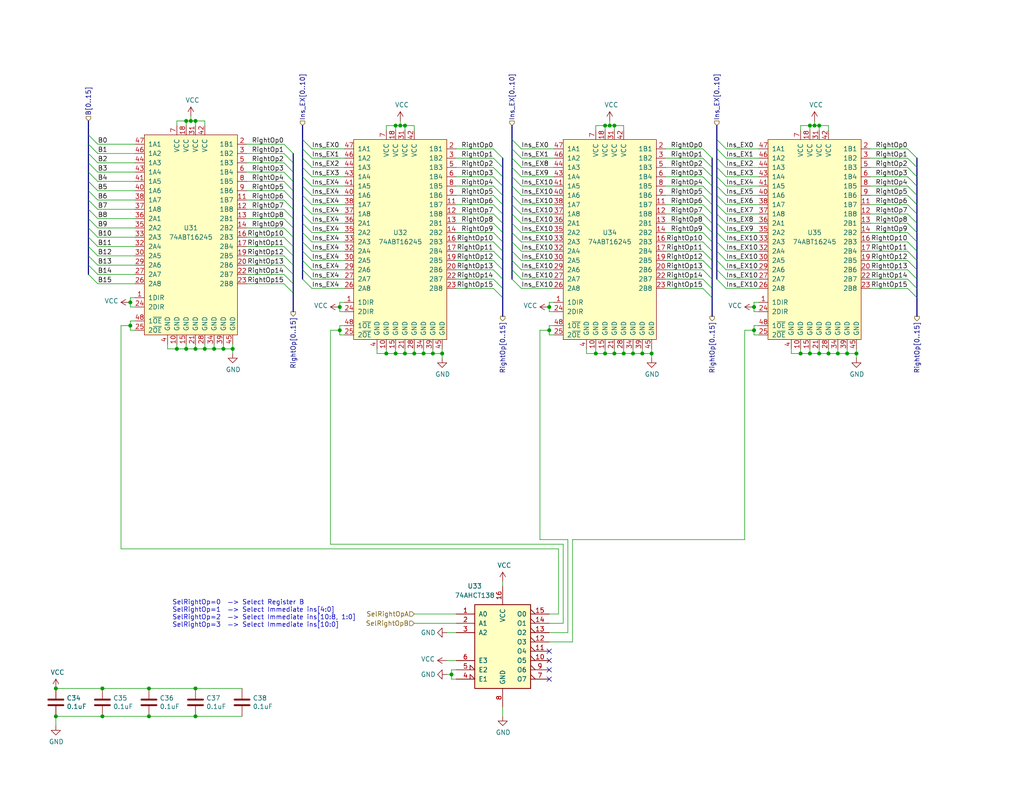
<source format=kicad_sch>
(kicad_sch (version 20250114) (generator "eeschema") (generator_version "9.0")
  (paper "USLetter")
  (title_block (title "Select Right Operand") (date "2023-11-25") (rev "A") (comment 2 "from an immediate value contained in the instruction word.") (comment 3 "The right operand can either take the value from the B port of the register file, or") (comment 4 "Select the right operand to the ALU"))
  (lib_symbols
    (symbol "Device:C" (pin_numbers (hide yes)) (pin_names (offset 0.254))
      (property "Reference" "C" (at 0.635 2.54 0))
      (property "Value" "C" (at 0.635 -2.54 0))
      (symbol "C_1_1"
        (pin passive line (at 0 3.81 270) (length 2.794) (name "~") (number "1"))
        (pin passive line (at 0 -3.81 90) (length 2.794) (name "~") (number "2"))
      )
    )
    (symbol "Turtle16:74ABT16245" (pin_names (offset 1.016))
      (property "Reference" "U" (at 0 1.27 0))
      (property "Value" "74ABT16245" (at 0 -1.27 0))
      (symbol "74ABT16245_1_1"
        (pin tri_state line (at -15.24 24.13 0) (length 2.54) (name "1A1") (number "47"))
        (pin tri_state line (at -15.24 21.59 0) (length 2.54) (name "1A2") (number "46"))
        (pin tri_state line (at -15.24 19.05 0) (length 2.54) (name "1A3") (number "44"))
        (pin tri_state line (at -15.24 16.51 0) (length 2.54) (name "1A4") (number "43"))
        (pin tri_state line (at -15.24 13.97 0) (length 2.54) (name "1A5") (number "41"))
        (pin tri_state line (at -15.24 11.43 0) (length 2.54) (name "1A6") (number "40"))
        (pin tri_state line (at -15.24 8.89 0) (length 2.54) (name "1A7") (number "38"))
        (pin tri_state line (at -15.24 6.35 0) (length 2.54) (name "1A8") (number "37"))
        (pin tri_state line (at -15.24 3.81 0) (length 2.54) (name "2A1") (number "36"))
        (pin tri_state line (at -15.24 1.27 0) (length 2.54) (name "2A2") (number "35"))
        (pin tri_state line (at -15.24 -1.27 0) (length 2.54) (name "2A3") (number "33"))
        (pin tri_state line (at -15.24 -3.81 0) (length 2.54) (name "2A4") (number "32"))
        (pin tri_state line (at -15.24 -6.35 0) (length 2.54) (name "2A5") (number "30"))
        (pin tri_state line (at -15.24 -8.89 0) (length 2.54) (name "2A6") (number "29"))
        (pin tri_state line (at -15.24 -11.43 0) (length 2.54) (name "2A7") (number "27"))
        (pin tri_state line (at -15.24 -13.97 0) (length 2.54) (name "2A8") (number "26"))
        (pin input line (at -15.24 -17.78 0) (length 2.54) (name "1DIR") (number "1"))
        (pin input line (at -15.24 -20.32 0) (length 2.54) (name "2DIR") (number "24"))
        (pin input line (at -15.24 -24.13 0) (length 2.54) (name "1~{OE}") (number "48"))
        (pin input line (at -15.24 -26.67 0) (length 2.54) (name "2~{OE}") (number "25"))
        (pin power_in line (at -6.35 -30.48 90) (length 2.54) (name "GND") (number "4"))
        (pin power_in line (at -3.81 29.21 270) (length 2.54) (name "VCC") (number "7"))
        (pin power_in line (at -3.81 -30.48 90) (length 2.54) (name "GND") (number "10"))
        (pin power_in line (at -1.27 29.21 270) (length 2.54) (name "VCC") (number "18"))
        (pin power_in line (at -1.27 -30.48 90) (length 2.54) (name "GND") (number "15"))
        (pin power_in line (at 1.27 29.21 270) (length 2.54) (name "VCC") (number "31"))
        (pin power_in line (at 1.27 -30.48 90) (length 2.54) (name "GND") (number "21"))
        (pin power_in line (at 3.81 29.21 270) (length 2.54) (name "VCC") (number "42"))
        (pin power_in line (at 3.81 -30.48 90) (length 2.54) (name "GND") (number "28"))
        (pin power_in line (at 6.35 -30.48 90) (length 2.54) (name "GND") (number "34"))
        (pin power_in line (at 8.89 -30.48 90) (length 2.54) (name "GND") (number "39"))
        (pin power_in line (at 11.43 -30.48 90) (length 2.54) (name "GND") (number "45"))
        (pin tri_state line (at 15.24 24.13 180) (length 2.54) (name "1B1") (number "2"))
        (pin tri_state line (at 15.24 21.59 180) (length 2.54) (name "1B2") (number "3"))
        (pin tri_state line (at 15.24 19.05 180) (length 2.54) (name "1B3") (number "5"))
        (pin tri_state line (at 15.24 16.51 180) (length 2.54) (name "1B4") (number "6"))
        (pin tri_state line (at 15.24 13.97 180) (length 2.54) (name "1B5") (number "8"))
        (pin tri_state line (at 15.24 11.43 180) (length 2.54) (name "1B6") (number "9"))
        (pin tri_state line (at 15.24 8.89 180) (length 2.54) (name "1B7") (number "11"))
        (pin tri_state line (at 15.24 6.35 180) (length 2.54) (name "1B8") (number "12"))
        (pin tri_state line (at 15.24 3.81 180) (length 2.54) (name "2B1") (number "13"))
        (pin tri_state line (at 15.24 1.27 180) (length 2.54) (name "2B2") (number "14"))
        (pin tri_state line (at 15.24 -1.27 180) (length 2.54) (name "2B3") (number "16"))
        (pin tri_state line (at 15.24 -3.81 180) (length 2.54) (name "2B4") (number "17"))
        (pin tri_state line (at 15.24 -6.35 180) (length 2.54) (name "2B5") (number "19"))
        (pin tri_state line (at 15.24 -8.89 180) (length 2.54) (name "2B6") (number "20"))
        (pin tri_state line (at 15.24 -11.43 180) (length 2.54) (name "2B7") (number "22"))
        (pin tri_state line (at 15.24 -13.97 180) (length 2.54) (name "2B8") (number "23"))
      )
    )
    (symbol "Turtle16:74AHCT138" (pin_names (offset 1.016))
      (property "Reference" "U" (at -7.62 11.43 0))
      (property "Value" "74AHCT138" (at -7.62 -13.97 0))
      (symbol "74AHCT138_1_0"
        (pin input line (at -12.7 7.62 0) (length 5.08) (name "A0") (number "1"))
        (pin input line (at -12.7 5.08 0) (length 5.08) (name "A1") (number "2"))
        (pin input line (at -12.7 2.54 0) (length 5.08) (name "A2") (number "3"))
        (pin input line (at -12.7 -5.08 0) (length 5.08) (name "E3") (number "6"))
        (pin input input_low (at -12.7 -7.62 0) (length 5.08) (name "E2") (number "5"))
        (pin input input_low (at -12.7 -10.16 0) (length 5.08) (name "E1") (number "4"))
        (pin power_in line (at 0 15.24 270) (length 5.08) (name "VCC") (number "16"))
        (pin power_in line (at 0 -17.78 90) (length 5.08) (name "GND") (number "8"))
        (pin output output_low (at 12.7 7.62 180) (length 5.08) (name "O0") (number "15"))
        (pin output output_low (at 12.7 5.08 180) (length 5.08) (name "O1") (number "14"))
        (pin output output_low (at 12.7 2.54 180) (length 5.08) (name "O2") (number "13"))
        (pin output output_low (at 12.7 0 180) (length 5.08) (name "O3") (number "12"))
        (pin output output_low (at 12.7 -2.54 180) (length 5.08) (name "O4") (number "11"))
        (pin output output_low (at 12.7 -5.08 180) (length 5.08) (name "O5") (number "10"))
        (pin output output_low (at 12.7 -7.62 180) (length 5.08) (name "O6") (number "9"))
        (pin output output_low (at 12.7 -10.16 180) (length 5.08) (name "O7") (number "7"))
      )
    )
    (symbol "power:GND" (power) (pin_names (offset 0))
      (property "Value" "GND" (at 0 -3.81 0))
      (symbol "GND_1_1"
        (pin power_in line (at 0 0 270) (length 0) (hide yes) (name "GND") (number "1"))
      )
    )
    (symbol "power:VCC" (power) (pin_names (offset 0))
      (property "Value" "VCC" (at 0 3.81 0))
      (symbol "VCC_1_1"
        (pin power_in line (at 0 0 90) (length 0) (hide yes) (name "VCC") (number "1"))
      )
    )
  )
  (text "SelRightOp=0  —> Select Register B\nSelRightOp=1  —> Select Immediate ins[4:0]\nSelRightOp=2  —> Select Immediate ins[10:8, 1:0]\nSelRightOp=3  —> Select Immediate ins[10:0]" (at 46.99 171.45 0) (effects (font (size 1.27 1.27)) (justify left bottom)))
  (junction (at 231.14 96.52))
  (junction (at 222.25 34.29))
  (junction (at 218.44 96.52))
  (junction (at 109.22 34.29))
  (junction (at 53.34 187.96))
  (junction (at 113.03 96.52))
  (junction (at 58.42 95.25))
  (junction (at 15.24 187.96))
  (junction (at 166.37 34.29))
  (junction (at 226.06 96.52))
  (junction (at 177.8 96.52))
  (junction (at 35.56 82.55))
  (junction (at 15.24 195.58))
  (junction (at 110.49 34.29))
  (junction (at 115.57 96.52))
  (junction (at 220.98 34.29))
  (junction (at 123.19 184.15))
  (junction (at 40.64 187.96))
  (junction (at 60.96 95.25))
  (junction (at 172.72 96.52))
  (junction (at 165.1 34.29))
  (junction (at 53.34 33.02))
  (junction (at 110.49 96.52))
  (junction (at 50.8 33.02))
  (junction (at 120.65 96.52))
  (junction (at 27.94 195.58))
  (junction (at 205.74 83.82))
  (junction (at 27.94 187.96))
  (junction (at 228.6 96.52))
  (junction (at 149.86 90.17))
  (junction (at 167.64 96.52))
  (junction (at 167.64 34.29))
  (junction (at 53.34 195.58))
  (junction (at 162.56 96.52))
  (junction (at 118.11 96.52))
  (junction (at 35.56 88.9))
  (junction (at 63.5 95.25))
  (junction (at 40.64 195.58))
  (junction (at 205.74 90.17))
  (junction (at 165.1 96.52))
  (junction (at 105.41 96.52))
  (junction (at 92.71 83.82))
  (junction (at 48.26 95.25))
  (junction (at 170.18 96.52))
  (junction (at 175.26 96.52))
  (junction (at 52.07 33.02))
  (junction (at 92.71 90.17))
  (junction (at 53.34 95.25))
  (junction (at 107.95 34.29))
  (junction (at 149.86 83.82))
  (junction (at 223.52 96.52))
  (junction (at 233.68 96.52))
  (junction (at 55.88 95.25))
  (junction (at 223.52 34.29))
  (junction (at 220.98 96.52))
  (junction (at 107.95 96.52))
  (junction (at 50.8 95.25))
  (no_connect (at 149.86 177.8))
  (no_connect (at 149.86 185.42))
  (no_connect (at 149.86 180.34))
  (no_connect (at 149.86 182.88))
  (bus_entry (at 24.13 46.99) (size 2.54 2.54))
  (bus_entry (at 198.12 40.64) (size -2.54 -2.54))
  (bus_entry (at 134.62 68.58) (size 2.54 2.54))
  (bus_entry (at 77.47 69.85) (size 2.54 2.54))
  (bus_entry (at 24.13 64.77) (size 2.54 2.54))
  (bus_entry (at 198.12 50.8) (size -2.54 -2.54))
  (bus_entry (at 142.24 76.2) (size -2.54 -2.54))
  (bus_entry (at 24.13 67.31) (size 2.54 2.54))
  (bus_entry (at 85.09 76.2) (size -2.54 -2.54))
  (bus_entry (at 77.47 46.99) (size 2.54 2.54))
  (bus_entry (at 77.47 49.53) (size 2.54 2.54))
  (bus_entry (at 191.77 76.2) (size 2.54 2.54))
  (bus_entry (at 77.47 67.31) (size 2.54 2.54))
  (bus_entry (at 134.62 40.64) (size 2.54 2.54))
  (bus_entry (at 85.09 43.18) (size -2.54 -2.54))
  (bus_entry (at 247.65 43.18) (size 2.54 2.54))
  (bus_entry (at 85.09 63.5) (size -2.54 -2.54))
  (bus_entry (at 85.09 53.34) (size -2.54 -2.54))
  (bus_entry (at 198.12 48.26) (size -2.54 -2.54))
  (bus_entry (at 142.24 55.88) (size -2.54 -2.54))
  (bus_entry (at 198.12 45.72) (size -2.54 -2.54))
  (bus_entry (at 247.65 50.8) (size 2.54 2.54))
  (bus_entry (at 85.09 45.72) (size -2.54 -2.54))
  (bus_entry (at 24.13 52.07) (size 2.54 2.54))
  (bus_entry (at 191.77 73.66) (size 2.54 2.54))
  (bus_entry (at 191.77 63.5) (size 2.54 2.54))
  (bus_entry (at 77.47 41.91) (size 2.54 2.54))
  (bus_entry (at 142.24 68.58) (size -2.54 -2.54))
  (bus_entry (at 247.65 71.12) (size 2.54 2.54))
  (bus_entry (at 191.77 78.74) (size 2.54 2.54))
  (bus_entry (at 85.09 68.58) (size -2.54 -2.54))
  (bus_entry (at 198.12 66.04) (size -2.54 -2.54))
  (bus_entry (at 247.65 48.26) (size 2.54 2.54))
  (bus_entry (at 85.09 78.74) (size -2.54 -2.54))
  (bus_entry (at 191.77 45.72) (size 2.54 2.54))
  (bus_entry (at 24.13 62.23) (size 2.54 2.54))
  (bus_entry (at 142.24 50.8) (size -2.54 -2.54))
  (bus_entry (at 247.65 68.58) (size 2.54 2.54))
  (bus_entry (at 77.47 62.23) (size 2.54 2.54))
  (bus_entry (at 198.12 43.18) (size -2.54 -2.54))
  (bus_entry (at 191.77 48.26) (size 2.54 2.54))
  (bus_entry (at 247.65 58.42) (size 2.54 2.54))
  (bus_entry (at 77.47 64.77) (size 2.54 2.54))
  (bus_entry (at 142.24 78.74) (size -2.54 -2.54))
  (bus_entry (at 191.77 50.8) (size 2.54 2.54))
  (bus_entry (at 191.77 68.58) (size 2.54 2.54))
  (bus_entry (at 77.47 59.69) (size 2.54 2.54))
  (bus_entry (at 247.65 55.88) (size 2.54 2.54))
  (bus_entry (at 247.65 40.64) (size 2.54 2.54))
  (bus_entry (at 134.62 66.04) (size 2.54 2.54))
  (bus_entry (at 191.77 55.88) (size 2.54 2.54))
  (bus_entry (at 24.13 49.53) (size 2.54 2.54))
  (bus_entry (at 191.77 53.34) (size 2.54 2.54))
  (bus_entry (at 134.62 76.2) (size 2.54 2.54))
  (bus_entry (at 77.47 57.15) (size 2.54 2.54))
  (bus_entry (at 198.12 78.74) (size -2.54 -2.54))
  (bus_entry (at 24.13 36.83) (size 2.54 2.54))
  (bus_entry (at 24.13 39.37) (size 2.54 2.54))
  (bus_entry (at 142.24 40.64) (size -2.54 -2.54))
  (bus_entry (at 85.09 71.12) (size -2.54 -2.54))
  (bus_entry (at 134.62 58.42) (size 2.54 2.54))
  (bus_entry (at 134.62 63.5) (size 2.54 2.54))
  (bus_entry (at 134.62 78.74) (size 2.54 2.54))
  (bus_entry (at 198.12 53.34) (size -2.54 -2.54))
  (bus_entry (at 77.47 39.37) (size 2.54 2.54))
  (bus_entry (at 134.62 55.88) (size 2.54 2.54))
  (bus_entry (at 134.62 73.66) (size 2.54 2.54))
  (bus_entry (at 134.62 60.96) (size 2.54 2.54))
  (bus_entry (at 24.13 69.85) (size 2.54 2.54))
  (bus_entry (at 142.24 63.5) (size -2.54 -2.54))
  (bus_entry (at 198.12 55.88) (size -2.54 -2.54))
  (bus_entry (at 142.24 71.12) (size -2.54 -2.54))
  (bus_entry (at 191.77 60.96) (size 2.54 2.54))
  (bus_entry (at 77.47 74.93) (size 2.54 2.54))
  (bus_entry (at 85.09 55.88) (size -2.54 -2.54))
  (bus_entry (at 134.62 50.8) (size 2.54 2.54))
  (bus_entry (at 134.62 45.72) (size 2.54 2.54))
  (bus_entry (at 85.09 73.66) (size -2.54 -2.54))
  (bus_entry (at 134.62 53.34) (size 2.54 2.54))
  (bus_entry (at 198.12 58.42) (size -2.54 -2.54))
  (bus_entry (at 85.09 66.04) (size -2.54 -2.54))
  (bus_entry (at 198.12 63.5) (size -2.54 -2.54))
  (bus_entry (at 24.13 41.91) (size 2.54 2.54))
  (bus_entry (at 247.65 66.04) (size 2.54 2.54))
  (bus_entry (at 85.09 50.8) (size -2.54 -2.54))
  (bus_entry (at 198.12 60.96) (size -2.54 -2.54))
  (bus_entry (at 142.24 60.96) (size -2.54 -2.54))
  (bus_entry (at 198.12 71.12) (size -2.54 -2.54))
  (bus_entry (at 142.24 45.72) (size -2.54 -2.54))
  (bus_entry (at 85.09 48.26) (size -2.54 -2.54))
  (bus_entry (at 142.24 53.34) (size -2.54 -2.54))
  (bus_entry (at 247.65 60.96) (size 2.54 2.54))
  (bus_entry (at 191.77 58.42) (size 2.54 2.54))
  (bus_entry (at 85.09 58.42) (size -2.54 -2.54))
  (bus_entry (at 191.77 71.12) (size 2.54 2.54))
  (bus_entry (at 85.09 40.64) (size -2.54 -2.54))
  (bus_entry (at 198.12 68.58) (size -2.54 -2.54))
  (bus_entry (at 24.13 72.39) (size 2.54 2.54))
  (bus_entry (at 77.47 52.07) (size 2.54 2.54))
  (bus_entry (at 142.24 48.26) (size -2.54 -2.54))
  (bus_entry (at 191.77 43.18) (size 2.54 2.54))
  (bus_entry (at 77.47 44.45) (size 2.54 2.54))
  (bus_entry (at 24.13 44.45) (size 2.54 2.54))
  (bus_entry (at 191.77 40.64) (size 2.54 2.54))
  (bus_entry (at 85.09 60.96) (size -2.54 -2.54))
  (bus_entry (at 142.24 43.18) (size -2.54 -2.54))
  (bus_entry (at 134.62 71.12) (size 2.54 2.54))
  (bus_entry (at 247.65 63.5) (size 2.54 2.54))
  (bus_entry (at 134.62 43.18) (size 2.54 2.54))
  (bus_entry (at 77.47 54.61) (size 2.54 2.54))
  (bus_entry (at 247.65 73.66) (size 2.54 2.54))
  (bus_entry (at 77.47 77.47) (size 2.54 2.54))
  (bus_entry (at 198.12 73.66) (size -2.54 -2.54))
  (bus_entry (at 247.65 78.74) (size 2.54 2.54))
  (bus_entry (at 142.24 58.42) (size -2.54 -2.54))
  (bus_entry (at 142.24 66.04) (size -2.54 -2.54))
  (bus_entry (at 198.12 76.2) (size -2.54 -2.54))
  (bus_entry (at 142.24 73.66) (size -2.54 -2.54))
  (bus_entry (at 24.13 59.69) (size 2.54 2.54))
  (bus_entry (at 77.47 72.39) (size 2.54 2.54))
  (bus_entry (at 247.65 76.2) (size 2.54 2.54))
  (bus_entry (at 191.77 66.04) (size 2.54 2.54))
  (bus_entry (at 24.13 57.15) (size 2.54 2.54))
  (bus_entry (at 247.65 53.34) (size 2.54 2.54))
  (bus_entry (at 24.13 74.93) (size 2.54 2.54))
  (bus_entry (at 24.13 54.61) (size 2.54 2.54))
  (bus_entry (at 134.62 48.26) (size 2.54 2.54))
  (bus_entry (at 247.65 45.72) (size 2.54 2.54))
  (wire (pts (xy 40.64 195.58) (xy 27.94 195.58)))
  (bus (pts (xy 194.31 76.2) (xy 194.31 78.74)))
  (wire (pts (xy 85.09 68.58) (xy 93.98 68.58)))
  (wire (pts (xy 115.57 96.52) (xy 115.57 95.25)))
  (wire (pts (xy 35.56 81.28) (xy 35.56 82.55)))
  (bus (pts (xy 139.7 53.34) (xy 139.7 55.88)))
  (bus (pts (xy 139.7 63.5) (xy 139.7 66.04)))
  (wire (pts (xy 203.2 90.17) (xy 203.2 147.32)))
  (wire (pts (xy 162.56 96.52) (xy 165.1 96.52)))
  (bus (pts (xy 24.13 64.77) (xy 24.13 67.31)))
  (wire (pts (xy 142.24 73.66) (xy 151.13 73.66)))
  (wire (pts (xy 121.92 172.72) (xy 124.46 172.72)))
  (bus (pts (xy 139.7 34.29) (xy 139.7 38.1)))
  (bus (pts (xy 195.58 40.64) (xy 195.58 43.18)))
  (wire (pts (xy 142.24 50.8) (xy 151.13 50.8)))
  (wire (pts (xy 218.44 96.52) (xy 220.98 96.52)))
  (wire (pts (xy 77.47 62.23) (xy 67.31 62.23)))
  (wire (pts (xy 118.11 96.52) (xy 120.65 96.52)))
  (wire (pts (xy 215.9 95.25) (xy 215.9 96.52)))
  (wire (pts (xy 26.67 41.91) (xy 36.83 41.91)))
  (bus (pts (xy 250.19 78.74) (xy 250.19 81.28)))
  (wire (pts (xy 105.41 34.29) (xy 107.95 34.29)))
  (bus (pts (xy 80.01 52.07) (xy 80.01 54.61)))
  (wire (pts (xy 166.37 33.02) (xy 166.37 34.29)))
  (wire (pts (xy 110.49 34.29) (xy 113.03 34.29)))
  (wire (pts (xy 77.47 44.45) (xy 67.31 44.45)))
  (wire (pts (xy 191.77 71.12) (xy 181.61 71.12)))
  (bus (pts (xy 195.58 73.66) (xy 195.58 76.2)))
  (wire (pts (xy 60.96 95.25) (xy 63.5 95.25)))
  (bus (pts (xy 24.13 69.85) (xy 24.13 72.39)))
  (bus (pts (xy 82.55 55.88) (xy 82.55 58.42)))
  (wire (pts (xy 137.16 158.75) (xy 137.16 160.02)))
  (wire (pts (xy 191.77 58.42) (xy 181.61 58.42)))
  (wire (pts (xy 26.67 54.61) (xy 36.83 54.61)))
  (wire (pts (xy 55.88 95.25) (xy 53.34 95.25)))
  (wire (pts (xy 26.67 49.53) (xy 36.83 49.53)))
  (wire (pts (xy 207.01 82.55) (xy 205.74 82.55)))
  (wire (pts (xy 149.86 85.09) (xy 151.13 85.09)))
  (wire (pts (xy 170.18 96.52) (xy 170.18 95.25)))
  (bus (pts (xy 139.7 40.64) (xy 139.7 43.18)))
  (wire (pts (xy 156.21 147.32) (xy 203.2 147.32)))
  (wire (pts (xy 191.77 66.04) (xy 181.61 66.04)))
  (wire (pts (xy 26.67 39.37) (xy 36.83 39.37)))
  (bus (pts (xy 24.13 57.15) (xy 24.13 59.69)))
  (wire (pts (xy 121.92 184.15) (xy 123.19 184.15)))
  (wire (pts (xy 109.22 33.02) (xy 109.22 34.29)))
  (wire (pts (xy 105.41 35.56) (xy 105.41 34.29)))
  (bus (pts (xy 194.31 48.26) (xy 194.31 50.8)))
  (wire (pts (xy 134.62 71.12) (xy 124.46 71.12)))
  (wire (pts (xy 167.64 96.52) (xy 167.64 95.25)))
  (bus (pts (xy 82.55 53.34) (xy 82.55 55.88)))
  (wire (pts (xy 123.19 184.15) (xy 123.19 185.42)))
  (wire (pts (xy 247.65 76.2) (xy 237.49 76.2)))
  (bus (pts (xy 137.16 68.58) (xy 137.16 71.12)))
  (wire (pts (xy 35.56 83.82) (xy 36.83 83.82)))
  (bus (pts (xy 24.13 52.07) (xy 24.13 54.61)))
  (wire (pts (xy 153.67 148.59) (xy 153.67 170.18)))
  (wire (pts (xy 27.94 195.58) (xy 15.24 195.58)))
  (wire (pts (xy 191.77 60.96) (xy 181.61 60.96)))
  (wire (pts (xy 33.02 149.86) (xy 152.4 149.86)))
  (wire (pts (xy 66.04 195.58) (xy 53.34 195.58)))
  (bus (pts (xy 82.55 66.04) (xy 82.55 68.58)))
  (wire (pts (xy 191.77 53.34) (xy 181.61 53.34)))
  (wire (pts (xy 26.67 69.85) (xy 36.83 69.85)))
  (wire (pts (xy 191.77 76.2) (xy 181.61 76.2)))
  (wire (pts (xy 134.62 60.96) (xy 124.46 60.96)))
  (bus (pts (xy 137.16 48.26) (xy 137.16 50.8)))
  (wire (pts (xy 198.12 73.66) (xy 207.01 73.66)))
  (wire (pts (xy 198.12 63.5) (xy 207.01 63.5)))
  (wire (pts (xy 53.34 95.25) (xy 53.34 93.98)))
  (wire (pts (xy 226.06 96.52) (xy 226.06 95.25)))
  (wire (pts (xy 134.62 40.64) (xy 124.46 40.64)))
  (wire (pts (xy 175.26 96.52) (xy 175.26 95.25)))
  (bus (pts (xy 195.58 66.04) (xy 195.58 68.58)))
  (wire (pts (xy 198.12 50.8) (xy 207.01 50.8)))
  (wire (pts (xy 191.77 63.5) (xy 181.61 63.5)))
  (bus (pts (xy 195.58 53.34) (xy 195.58 55.88)))
  (wire (pts (xy 36.83 87.63) (xy 35.56 87.63)))
  (bus (pts (xy 137.16 76.2) (xy 137.16 78.74)))
  (wire (pts (xy 77.47 49.53) (xy 67.31 49.53)))
  (bus (pts (xy 195.58 71.12) (xy 195.58 73.66)))
  (wire (pts (xy 63.5 95.25) (xy 63.5 93.98)))
  (bus (pts (xy 80.01 54.61) (xy 80.01 57.15)))
  (bus (pts (xy 24.13 49.53) (xy 24.13 52.07)))
  (wire (pts (xy 162.56 95.25) (xy 162.56 96.52)))
  (wire (pts (xy 165.1 95.25) (xy 165.1 96.52)))
  (wire (pts (xy 134.62 43.18) (xy 124.46 43.18)))
  (wire (pts (xy 53.34 187.96) (xy 66.04 187.96)))
  (wire (pts (xy 247.65 45.72) (xy 237.49 45.72)))
  (wire (pts (xy 142.24 43.18) (xy 151.13 43.18)))
  (wire (pts (xy 85.09 71.12) (xy 93.98 71.12)))
  (bus (pts (xy 24.13 54.61) (xy 24.13 57.15)))
  (wire (pts (xy 107.95 95.25) (xy 107.95 96.52)))
  (bus (pts (xy 137.16 53.34) (xy 137.16 55.88)))
  (bus (pts (xy 195.58 68.58) (xy 195.58 71.12)))
  (wire (pts (xy 15.24 198.12) (xy 15.24 195.58)))
  (wire (pts (xy 53.34 195.58) (xy 40.64 195.58)))
  (wire (pts (xy 134.62 76.2) (xy 124.46 76.2)))
  (wire (pts (xy 220.98 34.29) (xy 222.25 34.29)))
  (wire (pts (xy 50.8 93.98) (xy 50.8 95.25)))
  (wire (pts (xy 198.12 76.2) (xy 207.01 76.2)))
  (wire (pts (xy 113.03 167.64) (xy 124.46 167.64)))
  (bus (pts (xy 250.19 50.8) (xy 250.19 53.34)))
  (bus (pts (xy 82.55 38.1) (xy 82.55 40.64)))
  (bus (pts (xy 80.01 74.93) (xy 80.01 77.47)))
  (wire (pts (xy 247.65 60.96) (xy 237.49 60.96)))
  (wire (pts (xy 77.47 67.31) (xy 67.31 67.31)))
  (bus (pts (xy 194.31 63.5) (xy 194.31 66.04)))
  (bus (pts (xy 82.55 40.64) (xy 82.55 43.18)))
  (wire (pts (xy 177.8 97.79) (xy 177.8 96.52)))
  (wire (pts (xy 107.95 35.56) (xy 107.95 34.29)))
  (wire (pts (xy 198.12 55.88) (xy 207.01 55.88)))
  (wire (pts (xy 90.17 148.59) (xy 153.67 148.59)))
  (wire (pts (xy 26.67 59.69) (xy 36.83 59.69)))
  (wire (pts (xy 149.86 88.9) (xy 149.86 90.17)))
  (wire (pts (xy 191.77 55.88) (xy 181.61 55.88)))
  (wire (pts (xy 77.47 77.47) (xy 67.31 77.47)))
  (wire (pts (xy 90.17 90.17) (xy 90.17 148.59)))
  (wire (pts (xy 142.24 60.96) (xy 151.13 60.96)))
  (bus (pts (xy 82.55 73.66) (xy 82.55 76.2)))
  (wire (pts (xy 198.12 40.64) (xy 207.01 40.64)))
  (bus (pts (xy 82.55 45.72) (xy 82.55 48.26)))
  (wire (pts (xy 110.49 35.56) (xy 110.49 34.29)))
  (bus (pts (xy 80.01 62.23) (xy 80.01 64.77)))
  (wire (pts (xy 218.44 34.29) (xy 220.98 34.29)))
  (wire (pts (xy 165.1 35.56) (xy 165.1 34.29)))
  (wire (pts (xy 198.12 53.34) (xy 207.01 53.34)))
  (wire (pts (xy 121.92 180.34) (xy 124.46 180.34)))
  (wire (pts (xy 142.24 40.64) (xy 151.13 40.64)))
  (wire (pts (xy 247.65 55.88) (xy 237.49 55.88)))
  (bus (pts (xy 195.58 63.5) (xy 195.58 66.04)))
  (wire (pts (xy 134.62 73.66) (xy 124.46 73.66)))
  (wire (pts (xy 92.71 83.82) (xy 92.71 85.09)))
  (bus (pts (xy 139.7 45.72) (xy 139.7 48.26)))
  (bus (pts (xy 24.13 36.83) (xy 24.13 39.37)))
  (bus (pts (xy 137.16 78.74) (xy 137.16 81.28)))
  (wire (pts (xy 77.47 41.91) (xy 67.31 41.91)))
  (wire (pts (xy 191.77 50.8) (xy 181.61 50.8)))
  (wire (pts (xy 226.06 96.52) (xy 223.52 96.52)))
  (wire (pts (xy 85.09 58.42) (xy 93.98 58.42)))
  (bus (pts (xy 195.58 50.8) (xy 195.58 53.34)))
  (wire (pts (xy 92.71 88.9) (xy 92.71 90.17)))
  (bus (pts (xy 139.7 71.12) (xy 139.7 73.66)))
  (bus (pts (xy 194.31 43.18) (xy 194.31 45.72)))
  (wire (pts (xy 77.47 59.69) (xy 67.31 59.69)))
  (wire (pts (xy 149.86 172.72) (xy 154.94 172.72)))
  (bus (pts (xy 82.55 71.12) (xy 82.55 73.66)))
  (wire (pts (xy 198.12 68.58) (xy 207.01 68.58)))
  (wire (pts (xy 113.03 34.29) (xy 113.03 35.56)))
  (wire (pts (xy 15.24 187.96) (xy 27.94 187.96)))
  (wire (pts (xy 105.41 95.25) (xy 105.41 96.52)))
  (wire (pts (xy 154.94 147.32) (xy 154.94 172.72)))
  (wire (pts (xy 247.65 66.04) (xy 237.49 66.04)))
  (wire (pts (xy 134.62 78.74) (xy 124.46 78.74)))
  (wire (pts (xy 220.98 35.56) (xy 220.98 34.29)))
  (wire (pts (xy 110.49 96.52) (xy 110.49 95.25)))
  (wire (pts (xy 149.86 91.44) (xy 151.13 91.44)))
  (wire (pts (xy 137.16 193.04) (xy 137.16 195.58)))
  (wire (pts (xy 92.71 82.55) (xy 92.71 83.82)))
  (wire (pts (xy 107.95 34.29) (xy 109.22 34.29)))
  (bus (pts (xy 137.16 43.18) (xy 137.16 45.72)))
  (wire (pts (xy 198.12 43.18) (xy 207.01 43.18)))
  (wire (pts (xy 113.03 96.52) (xy 113.03 95.25)))
  (wire (pts (xy 26.67 57.15) (xy 36.83 57.15)))
  (bus (pts (xy 194.31 58.42) (xy 194.31 60.96)))
  (wire (pts (xy 113.03 96.52) (xy 110.49 96.52)))
  (wire (pts (xy 207.01 88.9) (xy 205.74 88.9)))
  (wire (pts (xy 123.19 185.42) (xy 124.46 185.42)))
  (wire (pts (xy 26.67 46.99) (xy 36.83 46.99)))
  (wire (pts (xy 134.62 48.26) (xy 124.46 48.26)))
  (bus (pts (xy 139.7 73.66) (xy 139.7 76.2)))
  (bus (pts (xy 250.19 48.26) (xy 250.19 50.8)))
  (wire (pts (xy 85.09 43.18) (xy 93.98 43.18)))
  (wire (pts (xy 118.11 96.52) (xy 118.11 95.25)))
  (wire (pts (xy 55.88 95.25) (xy 55.88 93.98)))
  (wire (pts (xy 26.67 77.47) (xy 36.83 77.47)))
  (wire (pts (xy 50.8 95.25) (xy 53.34 95.25)))
  (bus (pts (xy 194.31 66.04) (xy 194.31 68.58)))
  (wire (pts (xy 63.5 96.52) (xy 63.5 95.25)))
  (wire (pts (xy 85.09 76.2) (xy 93.98 76.2)))
  (bus (pts (xy 194.31 55.88) (xy 194.31 58.42)))
  (wire (pts (xy 52.07 31.75) (xy 52.07 33.02)))
  (wire (pts (xy 77.47 54.61) (xy 67.31 54.61)))
  (wire (pts (xy 233.68 97.79) (xy 233.68 96.52)))
  (wire (pts (xy 26.67 72.39) (xy 36.83 72.39)))
  (wire (pts (xy 165.1 34.29) (xy 166.37 34.29)))
  (bus (pts (xy 194.31 50.8) (xy 194.31 53.34)))
  (wire (pts (xy 247.65 40.64) (xy 237.49 40.64)))
  (wire (pts (xy 115.57 96.52) (xy 113.03 96.52)))
  (wire (pts (xy 222.25 33.02) (xy 222.25 34.29)))
  (wire (pts (xy 48.26 34.29) (xy 48.26 33.02)))
  (wire (pts (xy 35.56 90.17) (xy 36.83 90.17)))
  (wire (pts (xy 142.24 53.34) (xy 151.13 53.34)))
  (bus (pts (xy 24.13 39.37) (xy 24.13 41.91)))
  (bus (pts (xy 195.58 43.18) (xy 195.58 45.72)))
  (wire (pts (xy 102.87 95.25) (xy 102.87 96.52)))
  (wire (pts (xy 247.65 43.18) (xy 237.49 43.18)))
  (wire (pts (xy 26.67 64.77) (xy 36.83 64.77)))
  (wire (pts (xy 26.67 52.07) (xy 36.83 52.07)))
  (wire (pts (xy 160.02 95.25) (xy 160.02 96.52)))
  (wire (pts (xy 228.6 96.52) (xy 231.14 96.52)))
  (bus (pts (xy 82.55 48.26) (xy 82.55 50.8)))
  (wire (pts (xy 172.72 96.52) (xy 175.26 96.52)))
  (wire (pts (xy 149.86 83.82) (xy 149.86 85.09)))
  (wire (pts (xy 223.52 35.56) (xy 223.52 34.29)))
  (wire (pts (xy 198.12 66.04) (xy 207.01 66.04)))
  (wire (pts (xy 134.62 68.58) (xy 124.46 68.58)))
  (wire (pts (xy 149.86 175.26) (xy 156.21 175.26)))
  (wire (pts (xy 162.56 35.56) (xy 162.56 34.29)))
  (wire (pts (xy 26.67 67.31) (xy 36.83 67.31)))
  (wire (pts (xy 50.8 34.29) (xy 50.8 33.02)))
  (wire (pts (xy 247.65 68.58) (xy 237.49 68.58)))
  (bus (pts (xy 80.01 49.53) (xy 80.01 52.07)))
  (wire (pts (xy 35.56 88.9) (xy 35.56 90.17)))
  (wire (pts (xy 149.86 82.55) (xy 149.86 83.82)))
  (wire (pts (xy 247.65 53.34) (xy 237.49 53.34)))
  (bus (pts (xy 80.01 72.39) (xy 80.01 74.93)))
  (bus (pts (xy 139.7 58.42) (xy 139.7 60.96)))
  (wire (pts (xy 215.9 96.52) (xy 218.44 96.52)))
  (bus (pts (xy 24.13 59.69) (xy 24.13 62.23)))
  (bus (pts (xy 137.16 63.5) (xy 137.16 66.04)))
  (wire (pts (xy 205.74 90.17) (xy 203.2 90.17)))
  (bus (pts (xy 137.16 66.04) (xy 137.16 68.58)))
  (wire (pts (xy 162.56 34.29) (xy 165.1 34.29)))
  (wire (pts (xy 198.12 60.96) (xy 207.01 60.96)))
  (bus (pts (xy 24.13 72.39) (xy 24.13 74.93)))
  (bus (pts (xy 139.7 55.88) (xy 139.7 58.42)))
  (bus (pts (xy 250.19 43.18) (xy 250.19 45.72)))
  (wire (pts (xy 55.88 33.02) (xy 55.88 34.29)))
  (wire (pts (xy 58.42 95.25) (xy 58.42 93.98)))
  (wire (pts (xy 223.52 34.29) (xy 226.06 34.29)))
  (wire (pts (xy 170.18 34.29) (xy 170.18 35.56)))
  (wire (pts (xy 198.12 45.72) (xy 207.01 45.72)))
  (wire (pts (xy 175.26 96.52) (xy 177.8 96.52)))
  (wire (pts (xy 205.74 85.09) (xy 207.01 85.09)))
  (wire (pts (xy 85.09 45.72) (xy 93.98 45.72)))
  (bus (pts (xy 24.13 44.45) (xy 24.13 46.99)))
  (wire (pts (xy 151.13 82.55) (xy 149.86 82.55)))
  (wire (pts (xy 102.87 96.52) (xy 105.41 96.52)))
  (wire (pts (xy 60.96 95.25) (xy 60.96 93.98)))
  (bus (pts (xy 137.16 71.12) (xy 137.16 73.66)))
  (wire (pts (xy 228.6 96.52) (xy 228.6 95.25)))
  (bus (pts (xy 139.7 38.1) (xy 139.7 40.64)))
  (wire (pts (xy 142.24 63.5) (xy 151.13 63.5)))
  (wire (pts (xy 134.62 50.8) (xy 124.46 50.8)))
  (wire (pts (xy 109.22 34.29) (xy 110.49 34.29)))
  (bus (pts (xy 195.58 55.88) (xy 195.58 58.42)))
  (bus (pts (xy 194.31 60.96) (xy 194.31 63.5)))
  (wire (pts (xy 26.67 62.23) (xy 36.83 62.23)))
  (wire (pts (xy 35.56 88.9) (xy 33.02 88.9)))
  (wire (pts (xy 191.77 43.18) (xy 181.61 43.18)))
  (bus (pts (xy 194.31 45.72) (xy 194.31 48.26)))
  (wire (pts (xy 85.09 48.26) (xy 93.98 48.26)))
  (wire (pts (xy 153.67 170.18) (xy 149.86 170.18)))
  (bus (pts (xy 137.16 58.42) (xy 137.16 60.96)))
  (wire (pts (xy 191.77 73.66) (xy 181.61 73.66)))
  (bus (pts (xy 194.31 71.12) (xy 194.31 73.66)))
  (wire (pts (xy 233.68 96.52) (xy 233.68 95.25)))
  (wire (pts (xy 77.47 52.07) (xy 67.31 52.07)))
  (bus (pts (xy 250.19 45.72) (xy 250.19 48.26)))
  (bus (pts (xy 82.55 50.8) (xy 82.55 53.34)))
  (wire (pts (xy 218.44 95.25) (xy 218.44 96.52)))
  (wire (pts (xy 115.57 96.52) (xy 118.11 96.52)))
  (wire (pts (xy 85.09 55.88) (xy 93.98 55.88)))
  (bus (pts (xy 80.01 69.85) (xy 80.01 72.39)))
  (bus (pts (xy 250.19 55.88) (xy 250.19 58.42)))
  (wire (pts (xy 198.12 58.42) (xy 207.01 58.42)))
  (bus (pts (xy 195.58 34.29) (xy 195.58 38.1)))
  (wire (pts (xy 222.25 34.29) (xy 223.52 34.29)))
  (wire (pts (xy 85.09 50.8) (xy 93.98 50.8)))
  (wire (pts (xy 124.46 182.88) (xy 123.19 182.88)))
  (wire (pts (xy 85.09 73.66) (xy 93.98 73.66)))
  (wire (pts (xy 85.09 66.04) (xy 93.98 66.04)))
  (wire (pts (xy 205.74 91.44) (xy 207.01 91.44)))
  (wire (pts (xy 142.24 58.42) (xy 151.13 58.42)))
  (wire (pts (xy 165.1 96.52) (xy 167.64 96.52)))
  (wire (pts (xy 247.65 58.42) (xy 237.49 58.42)))
  (wire (pts (xy 205.74 90.17) (xy 205.74 91.44)))
  (wire (pts (xy 156.21 147.32) (xy 156.21 175.26)))
  (bus (pts (xy 137.16 45.72) (xy 137.16 48.26)))
  (wire (pts (xy 45.72 93.98) (xy 45.72 95.25)))
  (wire (pts (xy 231.14 96.52) (xy 233.68 96.52)))
  (wire (pts (xy 77.47 39.37) (xy 67.31 39.37)))
  (wire (pts (xy 92.71 90.17) (xy 90.17 90.17)))
  (wire (pts (xy 36.83 81.28) (xy 35.56 81.28)))
  (wire (pts (xy 142.24 48.26) (xy 151.13 48.26)))
  (wire (pts (xy 167.64 34.29) (xy 170.18 34.29)))
  (wire (pts (xy 77.47 57.15) (xy 67.31 57.15)))
  (bus (pts (xy 24.13 46.99) (xy 24.13 49.53)))
  (bus (pts (xy 250.19 66.04) (xy 250.19 68.58)))
  (bus (pts (xy 137.16 73.66) (xy 137.16 76.2)))
  (wire (pts (xy 151.13 88.9) (xy 149.86 88.9)))
  (bus (pts (xy 194.31 53.34) (xy 194.31 55.88)))
  (bus (pts (xy 82.55 60.96) (xy 82.55 63.5)))
  (bus (pts (xy 195.58 48.26) (xy 195.58 50.8)))
  (bus (pts (xy 139.7 43.18) (xy 139.7 45.72)))
  (wire (pts (xy 198.12 78.74) (xy 207.01 78.74)))
  (wire (pts (xy 142.24 78.74) (xy 151.13 78.74)))
  (bus (pts (xy 194.31 73.66) (xy 194.31 76.2)))
  (bus (pts (xy 82.55 68.58) (xy 82.55 71.12)))
  (wire (pts (xy 228.6 96.52) (xy 226.06 96.52)))
  (wire (pts (xy 142.24 68.58) (xy 151.13 68.58)))
  (bus (pts (xy 250.19 53.34) (xy 250.19 55.88)))
  (wire (pts (xy 223.52 96.52) (xy 223.52 95.25)))
  (wire (pts (xy 226.06 34.29) (xy 226.06 35.56)))
  (wire (pts (xy 105.41 96.52) (xy 107.95 96.52)))
  (wire (pts (xy 92.71 85.09) (xy 93.98 85.09)))
  (bus (pts (xy 82.55 63.5) (xy 82.55 66.04)))
  (bus (pts (xy 194.31 81.28) (xy 194.31 86.36)))
  (bus (pts (xy 80.01 64.77) (xy 80.01 67.31)))
  (bus (pts (xy 250.19 63.5) (xy 250.19 66.04)))
  (bus (pts (xy 137.16 55.88) (xy 137.16 58.42)))
  (wire (pts (xy 247.65 63.5) (xy 237.49 63.5)))
  (wire (pts (xy 170.18 96.52) (xy 167.64 96.52)))
  (wire (pts (xy 77.47 74.93) (xy 67.31 74.93)))
  (wire (pts (xy 220.98 96.52) (xy 223.52 96.52)))
  (bus (pts (xy 139.7 48.26) (xy 139.7 50.8)))
  (bus (pts (xy 24.13 62.23) (xy 24.13 64.77)))
  (bus (pts (xy 82.55 34.29) (xy 82.55 38.1)))
  (bus (pts (xy 194.31 68.58) (xy 194.31 71.12)))
  (wire (pts (xy 198.12 48.26) (xy 207.01 48.26)))
  (wire (pts (xy 120.65 96.52) (xy 120.65 95.25)))
  (wire (pts (xy 205.74 83.82) (xy 205.74 85.09)))
  (bus (pts (xy 250.19 71.12) (xy 250.19 73.66)))
  (wire (pts (xy 113.03 170.18) (xy 124.46 170.18)))
  (wire (pts (xy 134.62 45.72) (xy 124.46 45.72)))
  (wire (pts (xy 50.8 33.02) (xy 52.07 33.02)))
  (wire (pts (xy 93.98 82.55) (xy 92.71 82.55)))
  (wire (pts (xy 48.26 95.25) (xy 50.8 95.25)))
  (bus (pts (xy 80.01 59.69) (xy 80.01 62.23)))
  (wire (pts (xy 191.77 78.74) (xy 181.61 78.74)))
  (wire (pts (xy 123.19 182.88) (xy 123.19 184.15)))
  (bus (pts (xy 24.13 33.02) (xy 24.13 36.83)))
  (wire (pts (xy 77.47 69.85) (xy 67.31 69.85)))
  (bus (pts (xy 250.19 68.58) (xy 250.19 71.12)))
  (wire (pts (xy 142.24 71.12) (xy 151.13 71.12)))
  (wire (pts (xy 85.09 53.34) (xy 93.98 53.34)))
  (wire (pts (xy 26.67 74.93) (xy 36.83 74.93)))
  (wire (pts (xy 160.02 96.52) (xy 162.56 96.52)))
  (wire (pts (xy 27.94 187.96) (xy 40.64 187.96)))
  (bus (pts (xy 139.7 60.96) (xy 139.7 63.5)))
  (bus (pts (xy 250.19 76.2) (xy 250.19 78.74)))
  (bus (pts (xy 82.55 43.18) (xy 82.55 45.72)))
  (wire (pts (xy 218.44 35.56) (xy 218.44 34.29)))
  (bus (pts (xy 250.19 73.66) (xy 250.19 76.2)))
  (bus (pts (xy 139.7 50.8) (xy 139.7 53.34)))
  (wire (pts (xy 147.32 90.17) (xy 147.32 147.32)))
  (bus (pts (xy 139.7 68.58) (xy 139.7 71.12)))
  (wire (pts (xy 191.77 40.64) (xy 181.61 40.64)))
  (wire (pts (xy 134.62 58.42) (xy 124.46 58.42)))
  (wire (pts (xy 45.72 95.25) (xy 48.26 95.25)))
  (bus (pts (xy 80.01 80.01) (xy 80.01 85.09)))
  (wire (pts (xy 191.77 45.72) (xy 181.61 45.72)))
  (wire (pts (xy 134.62 66.04) (xy 124.46 66.04)))
  (bus (pts (xy 80.01 44.45) (xy 80.01 46.99)))
  (wire (pts (xy 177.8 96.52) (xy 177.8 95.25)))
  (wire (pts (xy 40.64 187.96) (xy 53.34 187.96)))
  (bus (pts (xy 195.58 60.96) (xy 195.58 63.5)))
  (wire (pts (xy 48.26 33.02) (xy 50.8 33.02)))
  (bus (pts (xy 139.7 66.04) (xy 139.7 68.58)))
  (wire (pts (xy 134.62 63.5) (xy 124.46 63.5)))
  (wire (pts (xy 92.71 90.17) (xy 92.71 91.44)))
  (bus (pts (xy 137.16 50.8) (xy 137.16 53.34)))
  (wire (pts (xy 134.62 53.34) (xy 124.46 53.34)))
  (bus (pts (xy 250.19 81.28) (xy 250.19 86.36)))
  (wire (pts (xy 77.47 46.99) (xy 67.31 46.99)))
  (wire (pts (xy 247.65 73.66) (xy 237.49 73.66)))
  (wire (pts (xy 85.09 63.5) (xy 93.98 63.5)))
  (wire (pts (xy 205.74 82.55) (xy 205.74 83.82)))
  (bus (pts (xy 82.55 58.42) (xy 82.55 60.96)))
  (wire (pts (xy 152.4 149.86) (xy 152.4 167.64)))
  (bus (pts (xy 24.13 67.31) (xy 24.13 69.85)))
  (bus (pts (xy 194.31 78.74) (xy 194.31 81.28)))
  (bus (pts (xy 250.19 58.42) (xy 250.19 60.96)))
  (bus (pts (xy 24.13 41.91) (xy 24.13 44.45)))
  (wire (pts (xy 85.09 40.64) (xy 93.98 40.64)))
  (wire (pts (xy 172.72 96.52) (xy 170.18 96.52)))
  (wire (pts (xy 142.24 66.04) (xy 151.13 66.04)))
  (wire (pts (xy 147.32 147.32) (xy 154.94 147.32)))
  (wire (pts (xy 198.12 71.12) (xy 207.01 71.12)))
  (wire (pts (xy 53.34 33.02) (xy 55.88 33.02)))
  (wire (pts (xy 247.65 50.8) (xy 237.49 50.8)))
  (wire (pts (xy 77.47 72.39) (xy 67.31 72.39)))
  (wire (pts (xy 142.24 45.72) (xy 151.13 45.72)))
  (wire (pts (xy 120.65 97.79) (xy 120.65 96.52)))
  (wire (pts (xy 85.09 78.74) (xy 93.98 78.74)))
  (wire (pts (xy 247.65 78.74) (xy 237.49 78.74)))
  (wire (pts (xy 107.95 96.52) (xy 110.49 96.52)))
  (bus (pts (xy 80.01 41.91) (xy 80.01 44.45)))
  (bus (pts (xy 80.01 46.99) (xy 80.01 49.53)))
  (wire (pts (xy 247.65 48.26) (xy 237.49 48.26)))
  (wire (pts (xy 142.24 76.2) (xy 151.13 76.2)))
  (wire (pts (xy 191.77 48.26) (xy 181.61 48.26)))
  (bus (pts (xy 137.16 60.96) (xy 137.16 63.5)))
  (wire (pts (xy 220.98 95.25) (xy 220.98 96.52)))
  (wire (pts (xy 152.4 167.64) (xy 149.86 167.64)))
  (wire (pts (xy 142.24 55.88) (xy 151.13 55.88)))
  (wire (pts (xy 167.64 35.56) (xy 167.64 34.29)))
  (wire (pts (xy 134.62 55.88) (xy 124.46 55.88)))
  (wire (pts (xy 93.98 88.9) (xy 92.71 88.9)))
  (bus (pts (xy 80.01 77.47) (xy 80.01 80.01)))
  (wire (pts (xy 205.74 88.9) (xy 205.74 90.17)))
  (wire (pts (xy 85.09 60.96) (xy 93.98 60.96)))
  (bus (pts (xy 80.01 57.15) (xy 80.01 59.69)))
  (wire (pts (xy 191.77 68.58) (xy 181.61 68.58)))
  (wire (pts (xy 52.07 33.02) (xy 53.34 33.02)))
  (wire (pts (xy 48.26 93.98) (xy 48.26 95.25)))
  (wire (pts (xy 53.34 34.29) (xy 53.34 33.02)))
  (wire (pts (xy 58.42 95.25) (xy 60.96 95.25)))
  (wire (pts (xy 172.72 96.52) (xy 172.72 95.25)))
  (bus (pts (xy 195.58 45.72) (xy 195.58 48.26)))
  (bus (pts (xy 195.58 58.42) (xy 195.58 60.96)))
  (wire (pts (xy 247.65 71.12) (xy 237.49 71.12)))
  (wire (pts (xy 35.56 87.63) (xy 35.56 88.9)))
  (wire (pts (xy 231.14 96.52) (xy 231.14 95.25)))
  (bus (pts (xy 80.01 67.31) (xy 80.01 69.85)))
  (wire (pts (xy 35.56 82.55) (xy 35.56 83.82)))
  (wire (pts (xy 33.02 88.9) (xy 33.02 149.86)))
  (bus (pts (xy 250.19 60.96) (xy 250.19 63.5)))
  (wire (pts (xy 92.71 91.44) (xy 93.98 91.44)))
  (bus (pts (xy 195.58 38.1) (xy 195.58 40.64)))
  (bus (pts (xy 137.16 81.28) (xy 137.16 86.36)))
  (wire (pts (xy 166.37 34.29) (xy 167.64 34.29)))
  (wire (pts (xy 149.86 90.17) (xy 147.32 90.17)))
  (wire (pts (xy 58.42 95.25) (xy 55.88 95.25)))
  (wire (pts (xy 26.67 44.45) (xy 36.83 44.45)))
  (wire (pts (xy 149.86 90.17) (xy 149.86 91.44)))
  (wire (pts (xy 77.47 64.77) (xy 67.31 64.77)))
  (label "B12" (at 26.67 69.85 0))
  (label "Ins_EX0" (at 198.12 40.64 0))
  (label "Ins_EX10" (at 142.24 66.04 0))
  (label "Ins_EX4" (at 85.09 71.12 0))
  (label "RightOp3" (at 247.65 48.26 180))
  (label "RightOp3" (at 77.47 46.99 180))
  (label "RightOp13" (at 191.77 73.66 180))
  (label "Ins_EX0" (at 142.24 40.64 0))
  (label "RightOp6" (at 134.62 55.88 180))
  (label "B14" (at 26.67 74.93 0))
  (label "RightOp6" (at 77.47 54.61 180))
  (label "Ins_EX8" (at 198.12 60.96 0))
  (label "Ins_EX4" (at 85.09 55.88 0))
  (label "Ins_EX10" (at 142.24 53.34 0))
  (label "Ins_EX4" (at 85.09 53.34 0))
  (label "RightOp2" (at 191.77 45.72 180))
  (label "RightOp8" (at 134.62 60.96 180))
  (label "Ins_EX4" (at 85.09 73.66 0))
  (label "B1" (at 26.67 41.91 0))
  (label "B4" (at 26.67 49.53 0))
  (label "Ins_EX4" (at 85.09 76.2 0))
  (label "Ins_EX1" (at 198.12 43.18 0))
  (label "RightOp1" (at 191.77 43.18 180))
  (label "RightOp0" (at 134.62 40.64 180))
  (label "RightOp14" (at 77.47 74.93 180))
  (label "Ins_EX10" (at 198.12 76.2 0))
  (label "RightOp9" (at 134.62 63.5 180))
  (label "RightOp10" (at 134.62 66.04 180))
  (label "RightOp15" (at 77.47 77.47 180))
  (label "B13" (at 26.67 72.39 0))
  (label "RightOp15" (at 191.77 78.74 180))
  (label "RightOp9" (at 191.77 63.5 180))
  (label "Ins_EX10" (at 142.24 73.66 0))
  (label "Ins_EX4" (at 85.09 58.42 0))
  (label "RightOp15" (at 247.65 78.74 180))
  (label "RightOp5" (at 134.62 53.34 180))
  (label "Ins_EX10" (at 198.12 73.66 0))
  (label "Ins_EX9" (at 142.24 48.26 0))
  (label "B15" (at 26.67 77.47 0))
  (label "RightOp8" (at 77.47 59.69 180))
  (label "Ins_EX10" (at 198.12 66.04 0))
  (label "Ins_EX9" (at 198.12 63.5 0))
  (label "RightOp14" (at 247.65 76.2 180))
  (label "RightOp13" (at 247.65 73.66 180))
  (label "RightOp6" (at 191.77 55.88 180))
  (label "RightOp12" (at 77.47 69.85 180))
  (label "RightOp15" (at 134.62 78.74 180))
  (label "Ins_EX10" (at 142.24 78.74 0))
  (label "B9" (at 26.67 62.23 0))
  (label "RightOp10" (at 191.77 66.04 180))
  (label "B6" (at 26.67 54.61 0))
  (label "RightOp1" (at 134.62 43.18 180))
  (label "Ins_EX2" (at 198.12 45.72 0))
  (label "Ins_EX10" (at 198.12 78.74 0))
  (label "RightOp1" (at 247.65 43.18 180))
  (label "RightOp0" (at 191.77 40.64 180))
  (label "RightOp7" (at 247.65 58.42 180))
  (label "RightOp14" (at 191.77 76.2 180))
  (label "Ins_EX10" (at 142.24 63.5 0))
  (label "Ins_EX4" (at 85.09 63.5 0))
  (label "Ins_EX6" (at 198.12 55.88 0))
  (label "RightOp0" (at 77.47 39.37 180))
  (label "RightOp5" (at 247.65 53.34 180))
  (label "Ins_EX10" (at 142.24 55.88 0))
  (label "Ins_EX1" (at 85.09 43.18 0))
  (label "RightOp12" (at 134.62 71.12 180))
  (label "RightOp7" (at 191.77 58.42 180))
  (label "Ins_EX1" (at 142.24 43.18 0))
  (label "RightOp0" (at 247.65 40.64 180))
  (label "B5" (at 26.67 52.07 0))
  (label "Ins_EX8" (at 142.24 45.72 0))
  (label "RightOp10" (at 77.47 64.77 180))
  (label "RightOp9" (at 247.65 63.5 180))
  (label "B3" (at 26.67 46.99 0))
  (label "Ins_EX3" (at 198.12 48.26 0))
  (label "Ins_EX4" (at 85.09 68.58 0))
  (label "B0" (at 26.67 39.37 0))
  (label "RightOp12" (at 191.77 71.12 180))
  (label "B8" (at 26.67 59.69 0))
  (label "Ins_EX10" (at 142.24 68.58 0))
  (label "RightOp12" (at 247.65 71.12 180))
  (label "Ins_EX5" (at 198.12 53.34 0))
  (label "B10" (at 26.67 64.77 0))
  (label "RightOp8" (at 247.65 60.96 180))
  (label "RightOp2" (at 77.47 44.45 180))
  (label "RightOp8" (at 191.77 60.96 180))
  (label "RightOp7" (at 77.47 57.15 180))
  (label "Ins_EX10" (at 142.24 50.8 0))
  (label "RightOp3" (at 191.77 48.26 180))
  (label "Ins_EX10" (at 142.24 60.96 0))
  (label "RightOp9" (at 77.47 62.23 180))
  (label "RightOp2" (at 134.62 45.72 180))
  (label "RightOp13" (at 134.62 73.66 180))
  (label "RightOp4" (at 134.62 50.8 180))
  (label "RightOp5" (at 191.77 53.34 180))
  (label "Ins_EX10" (at 142.24 76.2 0))
  (label "Ins_EX0" (at 85.09 40.64 0))
  (label "RightOp14" (at 134.62 76.2 180))
  (label "Ins_EX4" (at 85.09 66.04 0))
  (label "RightOp1" (at 77.47 41.91 180))
  (label "Ins_EX10" (at 198.12 68.58 0))
  (label "RightOp10" (at 247.65 66.04 180))
  (label "Ins_EX10" (at 142.24 58.42 0))
  (label "Ins_EX4" (at 85.09 78.74 0))
  (label "B2" (at 26.67 44.45 0))
  (label "RightOp3" (at 134.62 48.26 180))
  (label "RightOp13" (at 77.47 72.39 180))
  (label "RightOp11" (at 247.65 68.58 180))
  (label "RightOp11" (at 77.47 67.31 180))
  (label "Ins_EX4" (at 85.09 60.96 0))
  (label "RightOp2" (at 247.65 45.72 180))
  (label "RightOp11" (at 191.77 68.58 180))
  (label "RightOp6" (at 247.65 55.88 180))
  (label "RightOp4" (at 247.65 50.8 180))
  (label "Ins_EX10" (at 142.24 71.12 0))
  (label "Ins_EX10" (at 198.12 71.12 0))
  (label "RightOp11" (at 134.62 68.58 180))
  (label "RightOp4" (at 77.47 49.53 180))
  (label "RightOp7" (at 134.62 58.42 180))
  (label "RightOp5" (at 77.47 52.07 180))
  (label "Ins_EX3" (at 85.09 48.26 0))
  (label "Ins_EX2" (at 85.09 45.72 0))
  (label "RightOp4" (at 191.77 50.8 180))
  (label "Ins_EX4" (at 198.12 50.8 0))
  (label "Ins_EX7" (at 198.12 58.42 0))
  (label "B7" (at 26.67 57.15 0))
  (label "B11" (at 26.67 67.31 0))
  (label "Ins_EX4" (at 85.09 50.8 0))
  (hierarchical_label "Ins_EX[0..10]" (shape input) (at 82.55 34.29 90))
  (hierarchical_label "SelRightOpA" (shape input) (at 113.03 167.64 180))
  (hierarchical_label "RightOp[0..15]" (shape output) (at 194.31 86.36 270))
  (hierarchical_label "RightOp[0..15]" (shape output) (at 250.19 86.36 270))
  (hierarchical_label "RightOp[0..15]" (shape output) (at 80.01 85.09 270))
  (hierarchical_label "SelRightOpB" (shape input) (at 113.03 170.18 180))
  (hierarchical_label "RightOp[0..15]" (shape output) (at 137.16 86.36 270))
  (hierarchical_label "Ins_EX[0..10]" (shape input) (at 195.58 34.29 90))
  (hierarchical_label "B[0..15]" (shape input) (at 24.13 33.02 90))
  (hierarchical_label "Ins_EX[0..10]" (shape input) (at 139.7 34.29 90))
  (symbol (lib_id "power:GND") (at 137.16 195.58 0) (unit 1)
    (property "Reference" "#PWR0258" (effects (hide yes)))
    (property "Value" "GND" (at 137.287 199.9742 0))
  )
  (symbol (lib_id "power:VCC") (at 137.16 158.75 0) (unit 1)
    (property "Reference" "#PWR0257" (effects (hide yes)))
    (property "Value" "VCC" (at 137.5918 154.3558 0))
  )
  (symbol (lib_id "Turtle16:74AHCT138") (at 137.16 175.26 0) (unit 1)
    (property "Reference" "U33" (at 129.54 160.02 0))
    (property "Value" "74AHCT138" (at 129.54 162.56 0))
    (property "Footprint" "Package_SO:TSSOP-16_4.4x5mm_P0.65mm" (effects (hide yes)))
    (property "Datasheet" "https://www.ti.com/general/docs/suppproductinfo.tsp?distId=26&gotoUrl=https://www.ti.com/lit/gpn/sn74ahct138" (effects (hide yes)))
    (property "Manufacturer" "Texas Instruments" (effects (hide yes)))
    (property "Manufacturer#" "SN74AHCT138PWR" (effects (hide yes)))
    (property "Mouser#" "595-SN74AHCT138PWR" (effects (hide yes)))
    (property "Digikey#" "296-1109-1-ND" (effects (hide yes)))
  )
  (symbol (lib_id "power:GND") (at 121.92 172.72 270) (unit 1)
    (property "Reference" "#PWR0254" (effects (hide yes)))
    (property "Value" "GND" (at 116.84 172.72 90))
  )
  (symbol (lib_id "power:GND") (at 121.92 184.15 270) (unit 1)
    (property "Reference" "#PWR0256" (effects (hide yes)))
    (property "Value" "GND" (at 116.84 184.15 90))
  )
  (symbol (lib_id "power:VCC") (at 121.92 180.34 90) (unit 1)
    (property "Reference" "#PWR0255" (effects (hide yes)))
    (property "Value" "VCC" (at 118.6942 179.959 90) (effects (justify left)))
  )
  (symbol (lib_id "Device:C") (at 66.04 191.77 0) (unit 1)
    (property "Reference" "C38" (at 68.961 190.6016 0) (effects (justify left)))
    (property "Value" "0.1uF" (at 68.961 192.913 0) (effects (justify left)))
    (property "Footprint" "Capacitor_SMD:C_0603_1608Metric" (effects (hide yes)))
    (property "Datasheet" "https://www.mouser.com/datasheet/2/396/taiyo_yuden_12132018_mlcc11_hq_e-1510082.pdf" (effects (hide yes)))
    (property "Manufacturer" "Taiyo Yuden" (effects (hide yes)))
    (property "Manufacturer#" "EMK107B7104KAHT" (effects (hide yes)))
    (property "Mouser#" "963-EMK107B7104KAHT" (effects (hide yes)))
    (property "Digikey#" "587-6004-1-ND" (effects (hide yes)))
  )
  (symbol (lib_id "Device:C") (at 15.24 191.77 0) (unit 1)
    (property "Reference" "C34" (at 18.161 190.6016 0) (effects (justify left)))
    (property "Value" "0.1uF" (at 18.161 192.913 0) (effects (justify left)))
    (property "Footprint" "Capacitor_SMD:C_0603_1608Metric" (effects (hide yes)))
    (property "Datasheet" "https://www.mouser.com/datasheet/2/396/taiyo_yuden_12132018_mlcc11_hq_e-1510082.pdf" (effects (hide yes)))
    (property "Manufacturer" "Taiyo Yuden" (effects (hide yes)))
    (property "Manufacturer#" "EMK107B7104KAHT" (effects (hide yes)))
    (property "Mouser#" "963-EMK107B7104KAHT" (effects (hide yes)))
    (property "Digikey#" "587-6004-1-ND" (effects (hide yes)))
  )
  (symbol (lib_id "Device:C") (at 27.94 191.77 0) (unit 1)
    (property "Reference" "C35" (at 30.861 190.6016 0) (effects (justify left)))
    (property "Value" "0.1uF" (at 30.861 192.913 0) (effects (justify left)))
    (property "Footprint" "Capacitor_SMD:C_0603_1608Metric" (effects (hide yes)))
    (property "Datasheet" "https://www.mouser.com/datasheet/2/396/taiyo_yuden_12132018_mlcc11_hq_e-1510082.pdf" (effects (hide yes)))
    (property "Manufacturer" "Taiyo Yuden" (effects (hide yes)))
    (property "Manufacturer#" "EMK107B7104KAHT" (effects (hide yes)))
    (property "Mouser#" "963-EMK107B7104KAHT" (effects (hide yes)))
    (property "Digikey#" "587-6004-1-ND" (effects (hide yes)))
  )
  (symbol (lib_id "power:VCC") (at 15.24 187.96 0) (unit 1)
    (property "Reference" "#PWR0246" (effects (hide yes)))
    (property "Value" "VCC" (at 15.6718 183.5658 0))
  )
  (symbol (lib_id "power:GND") (at 15.24 198.12 0) (unit 1)
    (property "Reference" "#PWR0247" (effects (hide yes)))
    (property "Value" "GND" (at 15.367 202.5142 0))
  )
  (symbol (lib_id "Device:C") (at 40.64 191.77 0) (unit 1)
    (property "Reference" "C36" (at 43.561 190.6016 0) (effects (justify left)))
    (property "Value" "0.1uF" (at 43.561 192.913 0) (effects (justify left)))
    (property "Footprint" "Capacitor_SMD:C_0603_1608Metric" (effects (hide yes)))
    (property "Datasheet" "https://www.mouser.com/datasheet/2/396/taiyo_yuden_12132018_mlcc11_hq_e-1510082.pdf" (effects (hide yes)))
    (property "Manufacturer" "Taiyo Yuden" (effects (hide yes)))
    (property "Manufacturer#" "EMK107B7104KAHT" (effects (hide yes)))
    (property "Mouser#" "963-EMK107B7104KAHT" (effects (hide yes)))
    (property "Digikey#" "587-6004-1-ND" (effects (hide yes)))
  )
  (symbol (lib_id "Device:C") (at 53.34 191.77 0) (unit 1)
    (property "Reference" "C37" (at 56.261 190.6016 0) (effects (justify left)))
    (property "Value" "0.1uF" (at 56.261 192.913 0) (effects (justify left)))
    (property "Footprint" "Capacitor_SMD:C_0603_1608Metric" (effects (hide yes)))
    (property "Datasheet" "https://www.mouser.com/datasheet/2/396/taiyo_yuden_12132018_mlcc11_hq_e-1510082.pdf" (effects (hide yes)))
    (property "Manufacturer" "Taiyo Yuden" (effects (hide yes)))
    (property "Manufacturer#" "EMK107B7104KAHT" (effects (hide yes)))
    (property "Mouser#" "963-EMK107B7104KAHT" (effects (hide yes)))
    (property "Digikey#" "587-6004-1-ND" (effects (hide yes)))
  )
  (symbol (lib_id "power:VCC") (at 166.37 33.02 0) (unit 1)
    (property "Reference" "#PWR0260" (effects (hide yes)))
    (property "Value" "VCC" (at 166.8018 28.6258 0))
  )
  (symbol (lib_id "power:GND") (at 177.8 97.79 0) (unit 1)
    (property "Reference" "#PWR0261" (effects (hide yes)))
    (property "Value" "GND" (at 177.927 102.1842 0))
  )
  (symbol (lib_id "power:VCC") (at 149.86 83.82 90) (unit 1)
    (property "Reference" "#PWR0259" (effects (hide yes)))
    (property "Value" "VCC" (at 146.6342 83.439 90) (effects (justify left)))
  )
  (symbol (lib_id "Turtle16:74ABT16245") (at 166.37 64.77 0) (unit 1)
    (property "Reference" "U34" (at 166.37 63.5 0))
    (property "Value" "74ABT16245" (at 166.37 66.04 0))
    (property "Footprint" "Package_SO:TSSOP-48_6.1x12.5mm_P0.5mm" (effects (hide yes)))
    (property "Datasheet" "https://www.ti.com/general/docs/suppproductinfo.tsp?distId=26&gotoUrl=https://www.ti.com/lit/gpn/sn74abth16245" (effects (hide yes)))
    (property "Manufacturer" "Texas Instruments" (effects (hide yes)))
    (property "Manufacturer#" "SN74ABTH16245DGGR" (effects (hide yes)))
    (property "Mouser#" "595-SNABTH16245DGGR" (effects (hide yes)))
    (property "Digikey#" "296-4124-1-ND" (effects (hide yes)))
  )
  (symbol (lib_id "power:VCC") (at 52.07 31.75 0) (unit 1)
    (property "Reference" "#PWR0249" (effects (hide yes)))
    (property "Value" "VCC" (at 52.5018 27.3558 0))
  )
  (symbol (lib_id "power:GND") (at 63.5 96.52 0) (unit 1)
    (property "Reference" "#PWR0250" (effects (hide yes)))
    (property "Value" "GND" (at 63.627 100.9142 0))
  )
  (symbol (lib_id "power:VCC") (at 35.56 82.55 90) (unit 1)
    (property "Reference" "#PWR0248" (effects (hide yes)))
    (property "Value" "VCC" (at 32.3342 82.169 90) (effects (justify left)))
  )
  (symbol (lib_id "Turtle16:74ABT16245") (at 52.07 63.5 0) (unit 1)
    (property "Reference" "U31" (at 52.07 62.23 0))
    (property "Value" "74ABT16245" (at 52.07 64.77 0))
    (property "Footprint" "Package_SO:TSSOP-48_6.1x12.5mm_P0.5mm" (effects (hide yes)))
    (property "Datasheet" "https://www.ti.com/general/docs/suppproductinfo.tsp?distId=26&gotoUrl=https://www.ti.com/lit/gpn/sn74abth16245" (effects (hide yes)))
    (property "Manufacturer" "Texas Instruments" (effects (hide yes)))
    (property "Manufacturer#" "SN74ABTH16245DGGR" (effects (hide yes)))
    (property "Mouser#" "595-SNABTH16245DGGR" (effects (hide yes)))
    (property "Digikey#" "296-4124-1-ND" (effects (hide yes)))
  )
  (symbol (lib_id "power:VCC") (at 109.22 33.02 0) (unit 1)
    (property "Reference" "#PWR0252" (effects (hide yes)))
    (property "Value" "VCC" (at 109.6518 28.6258 0))
  )
  (symbol (lib_id "power:GND") (at 120.65 97.79 0) (unit 1)
    (property "Reference" "#PWR0253" (effects (hide yes)))
    (property "Value" "GND" (at 120.777 102.1842 0))
  )
  (symbol (lib_id "power:VCC") (at 92.71 83.82 90) (unit 1)
    (property "Reference" "#PWR0251" (effects (hide yes)))
    (property "Value" "VCC" (at 89.4842 83.439 90) (effects (justify left)))
  )
  (symbol (lib_id "Turtle16:74ABT16245") (at 109.22 64.77 0) (unit 1)
    (property "Reference" "U32" (at 109.22 63.5 0))
    (property "Value" "74ABT16245" (at 109.22 66.04 0))
    (property "Footprint" "Package_SO:TSSOP-48_6.1x12.5mm_P0.5mm" (effects (hide yes)))
    (property "Datasheet" "https://www.ti.com/general/docs/suppproductinfo.tsp?distId=26&gotoUrl=https://www.ti.com/lit/gpn/sn74abth16245" (effects (hide yes)))
    (property "Manufacturer" "Texas Instruments" (effects (hide yes)))
    (property "Manufacturer#" "SN74ABTH16245DGGR" (effects (hide yes)))
    (property "Mouser#" "595-SNABTH16245DGGR" (effects (hide yes)))
    (property "Digikey#" "296-4124-1-ND" (effects (hide yes)))
  )
  (symbol (lib_id "power:VCC") (at 222.25 33.02 0) (unit 1)
    (property "Reference" "#PWR0263" (effects (hide yes)))
    (property "Value" "VCC" (at 222.6818 28.6258 0))
  )
  (symbol (lib_id "power:GND") (at 233.68 97.79 0) (unit 1)
    (property "Reference" "#PWR0264" (effects (hide yes)))
    (property "Value" "GND" (at 233.807 102.1842 0))
  )
  (symbol (lib_id "power:VCC") (at 205.74 83.82 90) (unit 1)
    (property "Reference" "#PWR0262" (effects (hide yes)))
    (property "Value" "VCC" (at 202.5142 83.439 90) (effects (justify left)))
  )
  (symbol (lib_id "Turtle16:74ABT16245") (at 222.25 64.77 0) (unit 1)
    (property "Reference" "U35" (at 222.25 63.5 0))
    (property "Value" "74ABT16245" (at 222.25 66.04 0))
    (property "Footprint" "Package_SO:TSSOP-48_6.1x12.5mm_P0.5mm" (effects (hide yes)))
    (property "Datasheet" "https://www.ti.com/general/docs/suppproductinfo.tsp?distId=26&gotoUrl=https://www.ti.com/lit/gpn/sn74abth16245" (effects (hide yes)))
    (property "Manufacturer" "Texas Instruments" (effects (hide yes)))
    (property "Manufacturer#" "SN74ABTH16245DGGR" (effects (hide yes)))
    (property "Mouser#" "595-SNABTH16245DGGR" (effects (hide yes)))
    (property "Digikey#" "296-4124-1-ND" (effects (hide yes)))
  )
)
</source>
